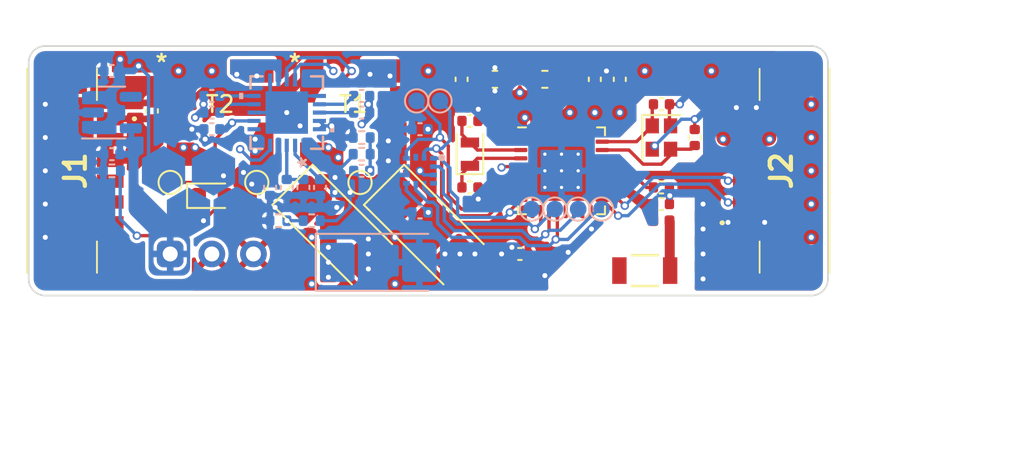
<source format=kicad_pcb>
(kicad_pcb (version 20221018) (generator pcbnew)
  (layers (0 "F.Cu" signal) (1 "In1.Cu" signal) (2 "In2.Cu" signal) (31 "B.Cu" signal) (34 "B.Paste" user) (35 "F.Paste" user) (36 "B.SilkS" user "B.Silkscreen") (37 "F.SilkS" user "F.Silkscreen") (38 "B.Mask" user) (39 "F.Mask" user) (44 "Edge.Cuts" user))
  (net 0 "")
  (net 1 "/IMU_MISO")
  (net 2 "/IMU_MOSI")
  (net 3 "VDD")
  (net 5 "/IMU_INT1")
  (net 6 "/IMU_INT2")
  (net 7 "GND")
  (net 8 "/~{IMU_CS}")
  (net 10 "/IMU_SCK")
  (net 11 "/ANT")
  (net 12 "/LTC_VAUX")
  (net 13 "/VDD_Gen")
  (net 14 "Net-(C6-Pad1)")
  (net 15 "/LTC_C1A")
  (net 16 "/LTC_C2A")
  (net 17 "/XC1")
  (net 18 "/XL1")
  (net 19 "/XC2")
  (net 20 "/XL2")
  (net 21 "Net-(C12-Pad1)")
  (net 22 "/LTC_C1B")
  (net 23 "/LTC_C2B")
  (net 24 "/V_STORE")
  (net 25 "/V_STORE_DIV")
  (net 26 "/DEC1")
  (net 27 "/DEC3")
  (net 28 "/DEC4")
  (net 29 "+3V3")
  (net 30 "/VDD_Ext")
  (net 31 "Net-(D1-K)")
  (net 32 "/+V_Stator")
  (net 33 "/-V_Stator")
  (net 36 "/SWDCLK")
  (net 37 "/SWDIO")
  (net 40 "Net-(L1-Pad2)")
  (net 41 "/DCC")
  (net 42 "Net-(L2-Pad2)")
  (net 43 "/LTC_SWA")
  (net 44 "/LTC_SWB")
  (net 45 "/LTC_VLDO")
  (net 46 "/LTC_VOUT")
  (net 47 "/VOUT_EN")
  (footprint "E-Tattoo_Parts:74488540070" (layer "F.Cu") (at 188.5 51.5)
    (fp_text reference "T2")
    (fp_text value "1:100")
  )
  (footprint "Capacitor_SMD:C_0402_1005Metric" (layer "F.Cu") (at 211 49.5 90)
    (fp_text reference "C23" hide)
    (fp_text value "1uF")
  )
  (footprint "Crystal:Crystal_SMD_2012-2Pin_2.0x1.2mm" (layer "F.Cu") (at 203.5 54 90)
    (fp_text reference "X2" hide)
    (fp_text value "32.768kHz")
  )
  (footprint "Package_DFN_QFN:QFN-32-1EP_5x5mm_P0.5mm_EP3.6x3.6mm_ThermalVias" (layer "F.Cu") (at 209 55)
    (fp_text reference "U3" hide)
    (fp_text value "nRF52811-QCxx")
  )
  (footprint "Capacitor_SMD:C_0402_1005Metric" (layer "F.Cu") (at 215 51 180)
    (fp_text reference "C10" hide)
    (fp_text value "12pF")
  )
  (footprint "TestPoint:TestPoint_Pad_D1.0mm" (layer "F.Cu") (at 196.9 55.7)
    (fp_text reference "TP7" hide)
    (fp_text value "VCAP")
  )
  (footprint "Capacitor_Tantalum_SMD:CP_EIA-6032-28_Kemet-C" (layer "F.Cu") (at 195.5 58.5 -45)
    (fp_text reference "C14" hide)
    (fp_text value "100uF")
  )
  (footprint "Inductor_SMD:L_0402_1005Metric" (layer "F.Cu") (at 210 49.5 -90)
    (fp_text reference "L3" hide)
    (fp_text value "15nH")
  )
  (footprint "Capacitor_SMD:C_0402_1005Metric" (layer "F.Cu") (at 203.5 56 180)
    (fp_text reference "C11" hide)
    (fp_text value "12pF")
  )
  (footprint "E-Tattoo_Parts:SLW-913535-2A-RA-D" (layer "F.Cu") (at 188 60)
    (fp_text reference "SW1" hide)
    (fp_text value "SLW-913535-2A-RA-D")
  )
  (footprint "Capacitor_SMD:C_0402_1005Metric" (layer "F.Cu") (at 203 49.5 90)
    (fp_text reference "C21" hide)
    (fp_text value "100nF")
  )
  (footprint "Inductor_SMD:L_0603_1608Metric" (layer "F.Cu") (at 208 49.5)
    (fp_text reference "L2" hide)
    (fp_text value "10uH")
  )
  (footprint "Capacitor_SMD:C_0603_1608Metric" (layer "F.Cu") (at 205 49.5 180)
    (fp_text reference "C17" hide)
    (fp_text value "4.7uF")
  )
  (footprint "E-Tattoo_Parts:74488540070" (layer "F.Cu") (at 196.5 51.5)
    (fp_text reference "T1")
    (fp_text value "1:100")
  )
  (footprint "Capacitor_SMD:C_0402_1005Metric" (layer "F.Cu") (at 206.5 60 180)
    (fp_text reference "C18" hide)
    (fp_text value "100nF")
  )
  (footprint "Capacitor_Tantalum_SMD:CP_EIA-6032-28_Kemet-C" (layer "F.Cu") (at 201 58.5 -45)
    (fp_text reference "C15" hide)
    (fp_text value "100uF")
  )
  (footprint "TestPoint:TestPoint_Pad_D1.0mm" (layer "F.Cu") (at 185.5 55.7)
    (fp_text reference "TP8" hide)
    (fp_text value "2V2_Gen")
  )
  (footprint "LED_SMD:LED_0603_1608Metric" (layer "F.Cu") (at 188 56.5)
    (fp_text reference "D1" hide)
    (fp_text value "LO Q976.01-P2R2-25-1")
  )
  (footprint "E-Tattoo_Parts:532610671" (layer "F.Cu") (at 179 55 -90)
    (fp_text reference "J1")
    (fp_text value "53261-0671" hide)
  )
  (footprint "Capacitor_SMD:C_0402_1005Metric" (layer "F.Cu") (at 203.5 52 180)
    (fp_text reference "C9" hide)
    (fp_text value "12pF")
  )
  (footprint "Capacitor_SMD:C_0402_1005Metric" (layer "F.Cu") (at 217 53 -90)
    (fp_text reference "C8" hide)
    (fp_text value "12pF")
  )
  (footprint "Inductor_SMD:L_0402_1005Metric" (layer "F.Cu") (at 215 58)
    (fp_text reference "L1" hide)
    (fp_text value "3.9nH")
  )
  (footprint "E-Tattoo_Parts:532610671" (layer "F.Cu") (at 223 55 90)
    (fp_text reference "J2")
    (fp_text value "53261-0671" hide)
  )
  (footprint "Capacitor_SMD:C_0402_1005Metric" (layer "F.Cu") (at 212.5 49.5 90)
    (fp_text reference "C19" hide)
    (fp_text value "100nF")
  )
  (footprint "Capacitor_SMD:C_0402_1005Metric" (layer "F.Cu") (at 215 56)
    (fp_text reference "C22" hide)
    (fp_text value "100pF")
  )
  (footprint "Capacitor_SMD:C_0402_1005Metric" (layer "F.Cu") (at 184.4 51.4 90)
    (fp_text reference "C29" hide)
    (fp_text value "10uF")
  )
  (footprint "TestPoint:TestPoint_Pad_D1.0mm" (layer "F.Cu") (at 190.7 55.7)
    (fp_text reference "TP5" hide)
    (fp_text value "2V2_Gen")
  )
  (footprint "Capacitor_SMD:C_0402_1005Metric" (layer "F.Cu") (at 215 57)
    (fp_text reference "C3" hide)
    (fp_text value "0.8pF")
  )
  (footprint "Crystal:Crystal_SMD_2016-4Pin_2.0x1.6mm" (layer "F.Cu") (at 215 53 -90)
    (fp_text reference "X1" hide)
    (fp_text value "32MHz")
  )
  (footprint "E-Tattoo_Parts:2450AT18A100E_JOT" (layer "F.Cu") (at 214 61 180)
    (fp_text reference "U2" hide)
    (fp_text value "2450AT18A100E")
  )
  (footprint "TestPoint:TestPoint_Pad_D1.0mm" (layer "B.Cu") (at 200.3 50.8 -90)
    (fp_text reference "TP9" hide)
    (fp_text value "CS")
  )
  (footprint "E-Tattoo_Parts:Testpoint_Hex_D3.0" (layer "B.Cu") (at 188.1 55 180)
    (fp_text reference "TP3" hide)
    (fp_text value "VDD")
  )
  (footprint "E-Tattoo_Parts:Testpoint_Hex_D3.0" (layer "B.Cu") (at 185.1 55 180)
    (fp_text reference "TP1" hide)
    (fp_text value "3V3Ext")
  )
  (footprint "Resistor_SMD:R_0402_1005Metric" (layer "B.Cu") (at 197 53 180)
    (fp_text reference "R2" hide)
    (fp_text value "5M")
  )
  (footprint "Capacitor_SMD:C_0402_1005Metric" (layer "B.Cu") (at 200.5 57.5 180)
    (fp_text reference "C1" hide)
    (fp_text value "100nF")
  )
  (footprint "Capacitor_SMD:C_0402_1005Metric" (layer "B.Cu") (at 192.5 56 -90)
    (fp_text reference "C28" hide)
    (fp_text value "1uF")
  )
  (footprint "Resistor_SMD:R_0402_1005Metric" (layer "B.Cu") (at 192 58 180)
    (fp_text reference "R5" hide)
    (fp_text value "510K")
  )
  (footprint "Capacitor_SMD:C_0402_1005Metric" (layer "B.Cu") (at 197 50.5 180)
    (fp_text reference "C7" hide)
    (fp_text value "470pF")
  )
  (footprint "Capacitor_SMD:C_0402_1005Metric" (layer "B.Cu") (at 197 55 180)
    (fp_text reference "C20" hide)
    (fp_text value "10nF")
  )
  (footprint "Capacitor_SMD:C_0402_1005Metric" (layer "B.Cu") (at 200.5 52.5 180)
    (fp_text reference "C2" hide)
    (fp_text value "100nF")
  )
  (footprint "TestPoint:TestPoint_Pad_D1.0mm" (layer "B.Cu") (at 211.4 57.3 90)
    (fp_text reference "TP14" hide)
    (fp_text value "INT2")
  )
  (footprint "Capacitor_SMD:C_0402_1005Metric" (layer "B.Cu") (at 188 50.5)
    (fp_text reference "C13" hide)
    (fp_text value "470pF")
  )
  (footprint "Package_TO_SOT_SMD:SOT-23-5" (layer "B.Cu") (at 182 51.5)
    (fp_text reference "U4" hide)
    (fp_text value "TPS7A0222PDBVR")
  )
  (footprint "Capacitor_SMD:C_0402_1005Metric" (layer "B.Cu") (at 197 51.5 180)
    (fp_text reference "C6" hide)
    (fp_text value "1nF")
  )
  (footprint "Capacitor_Tantalum_SMD:CP_EIA-6032-28_Kemet-C" (layer "B.Cu") (at 198 60.5)
    (fp_text reference "C16" hide)
    (fp_text value "100uF")
  )
  (footprint "TestPoint:TestPoint_Pad_D1.0mm" (layer "B.Cu") (at 210 57.3 90)
    (fp_text reference "TP13" hide)
    (fp_text value "INT1")
  )
  (footprint "E-Tattoo_Parts:Testpoint_Hex_D3.0" (layer "B.Cu") (at 186.6 57.5 180)
    (fp_text reference "TP2" hide)
    (fp_text value "2V2Ext")
  )
  (footprint "TestPoint:TestPoint_Pad_D1.0mm" (layer "B.Cu") (at 201.7 50.8 -90)
    (fp_text reference "TP10" hide)
    (fp_text value "SCK")
  )
  (footprint "E-Tattoo_Parts:QFN-20_UF_LIT" (layer "B.Cu") (at 192.5 51.5 90)
    (fp_text reference "U1" hide)
    (fp_text value "LTC3109EUF-PBF")
  )
  (footprint "TestPoint:TestPoint_Pad_D1.0mm" (layer "B.Cu") (at 207.2 57.3 -90)
    (fp_text reference "TP11" hide)
    (fp_text value "MISO")
  )
  (footprint "Capacitor_SMD:C_0402_1005Metric" (layer "B.Cu") (at 193.5 56 -90)
    (fp_text reference "C26" hide)
    (fp_text value "10uF")
  )
  (footprint "Capacitor_SMD:C_0402_1005Metric" (layer "B.Cu") (at 188 52.5 180)
    (fp_text reference "C5" hide)
    (fp_text value "2.2uF")
  )
  (footprint "Capacitor_SMD:C_0402_1005Metric" (layer "B.Cu") (at 182 49 180)
    (fp_text reference "C24" hide)
    (fp_text value "1uF")
  )
  (footprint "E-Tattoo_Parts:BOSCH_LGA-12" (layer "B.Cu") (at 200.5 55 180)
    (fp_text reference "AC1" hide)
    (fp_text value "BMA400" hide)
  )
  (footprint "Resistor_SMD:R_0402_1005Metric" (layer "B.Cu") (at 182 55 180)
    (fp_text reference "R3" hide)
    (fp_text value "10")
  )
  (footprint "Resistor_SMD:R_0402_1005Metric" (layer "B.Cu") (at 197 54 180)
    (fp_text reference "R1" hide)
    (fp_text value "10M")
  )
  (footprint "Resistor_SMD:R_0402_1005Metric" (layer "B.Cu") (at 194 58)
    (fp_text reference "R4" hide)
    (fp_text value "1M")
  )
  (footprint "E-Tattoo_Parts:Testpoint_Hex_D3.0" (layer "B.Cu") (at 189.6 57.5 180)
    (fp_text reference "TP4" hide)
    (fp_text value "GND")
  )
  (footprint "Capacitor_SMD:C_0402_1005Metric" (layer "B.Cu") (at 188 51.5)
    (fp_text reference "C12" hide)
    (fp_text value "1nF")
  )
  (footprint "Capacitor_SMD:C_0402_1005Metric" (layer "B.Cu") (at 191.5 56 -90)
    (fp_text reference "C27" hide)
    (fp_text value "10uF")
  )
  (footprint "Capacitor_SMD:C_0402_1005Metric" (layer "B.Cu") (at 194.5 56 -90)
    (fp_text reference "C4" hide)
    (fp_text value "1uF")
  )
  (footprint "Capacitor_SMD:C_0402_1005Metric" (layer "B.Cu") (at 182 54 180)
    (fp_text reference "C25" hide)
    (fp_text value "1uF")
  )
  (footprint "TestPoint:TestPoint_Pad_D1.0mm" (layer "B.Cu") (at 208.6 57.3 90)
    (fp_text reference "TP12" hide)
    (fp_text value "MOSI")
  )
  (gr_line (start 224.000001 62.499999) (end 178.000001 62.499999) (stroke (width 0.1)) (layer "Edge.Cuts"))
  (gr_line (start 178 47.5) (end 224 47.5) (stroke (width 0.1)) (layer "Edge.Cuts"))
  (gr_arc (start 177 48.5) (mid 177.292893 47.792893) (end 178 47.5) (stroke (width 0.1)) (layer "Edge.Cuts"))
  (gr_arc (start 224 47.5) (mid 224.707107 47.792893) (end 225 48.5) (stroke (width 0.1)) (layer "Edge.Cuts"))
  (gr_line (start 177 48.5) (end 177.000001 61.499999) (stroke (width 0.1)) (layer "Edge.Cuts"))
  (gr_arc (start 178.000001 62.499999) (mid 177.292894 62.207106) (end 177.000001 61.499999) (stroke (width 0.1)) (layer "Edge.Cuts"))
  (gr_line (start 225.000001 61.499999) (end 225 48.5) (stroke (width 0.1)) (layer "Edge.Cuts"))
  (gr_arc (start 225.000001 61.499999) (mid 224.707108 62.207106) (end 224.000001 62.499999) (stroke (width 0.1)) (layer "Edge.Cuts"))
  (segment (start 205.9 57.4) (end 206.55 56.75) (width 0.2) (layer "F.Cu") (net 1))
  (segment (start 205.9 57.5) (end 205.9 57.4) (width 0.2) (layer "F.Cu") (net 1))
  (via (at 205.9 57.5) (size 0.5) (drill 0.3) (layers "F.Cu" "B.Cu") (net 1))
  (segment (start 205.9 57.5) (end 205.6 57.8) (width 0.2) (layer "B.Cu") (net 1))
  (segment (start 201.715686 54.25) (end 201.315 54.25) (width 0.2) (layer "B.Cu") (net 1))
  (segment (start 202.3 54.834314) (end 201.715686 54.25) (width 0.2) (layer "B.Cu") (net 1))
  (segment (start 205.9 57.5) (end 207 57.5) (width 0.2) (layer "B.Cu") (net 1))
  (segment (start 202.3 56.19069) (end 202.3 54.834314) (width 0.2) (layer "B.Cu") (net 1))
  (segment (start 202.76 57.662942) (end 202.76 56.650691) (width 0.2) (layer "B.Cu") (net 1))
  (segment (start 202.897058 57.8) (end 202.76 57.662942) (width 0.2) (layer "B.Cu") (net 1))
  (segment (start 205.6 57.8) (end 202.897058 57.8) (width 0.2) (layer "B.Cu") (net 1))
  (segment (start 207 57.5) (end 207.2 57.3) (width 0.2) (layer "B.Cu") (net 1))
  (segment (start 202.76 56.650691) (end 202.3 56.19069) (width 0.2) (layer "B.Cu") (net 1))
  (segment (start 207.75 58.15) (end 207.4 58.5) (width 0.2) (layer "F.Cu") (net 2))
  (segment (start 207.75 57.45) (end 207.75 58.15) (width 0.2) (layer "F.Cu") (net 2))
  (via (at 207.4 58.5) (size 0.5) (drill 0.3) (layers "F.Cu" "B.Cu") (net 2))
  (segment (start 202.36 57.828628) (end 202.731372 58.2) (width 0.2) (layer "B.Cu") (net 2))
  (segment (start 201.315 54.75) (end 201.65 54.75) (width 0.2) (layer "B.Cu") (net 2))
  (segment (start 202.731372 58.2) (end 207.1 58.2) (width 0.2) (layer "B.Cu") (net 2))
  (segment (start 202.36 56.816376) (end 202.36 57.828628) (width 0.2) (layer "B.Cu") (net 2))
  (segment (start 201.9 56.356375) (end 202.36 56.816376) (width 0.2) (layer "B.Cu") (net 2))
  (segment (start 201.9 55) (end 201.9 56.356375) (width 0.2) (layer "B.Cu") (net 2))
  (segment (start 201.65 54.75) (end 201.9 55) (width 0.2) (layer "B.Cu") (net 2))
  (segment (start 207.4 58.5) (end 208.6 57.3) (width 0.2) (layer "B.Cu") (net 2))
  (segment (start 207.1 58.2) (end 207.4 58.5) (width 0.2) (layer "B.Cu") (net 2))
  (via (at 194 59) (size 0.5) (drill 0.3) (layers "F.Cu" "B.Cu") (net 3))
  (via (at 201 57.5) (size 0.5) (drill 0.3) (layers "F.Cu" "B.Cu") (net 3))
  (via (at 212.5 51.5) (size 0.5) (drill 0.3) (layers "F.Cu" "B.Cu") (net 3))
  (via (at 200.5 55) (size 0.5) (drill 0.3) (layers "F.Cu" "B.Cu") (net 3))
  (via (at 194 61.8) (size 0.5) (drill 0.3) (layers "F.Cu" "B.Cu") (net 3))
  (via (at 199 59) (size 0.5) (drill 0.3) (layers "F.Cu" "B.Cu") (net 3))
  (via (at 200.98 52.5) (size 0.5) (drill 0.3) (layers "F.Cu" "B.Cu") (net 3))
  (via (at 211 51.5) (size 0.5) (drill 0.3) (layers "F.Cu" "B.Cu") (net 3))
  (via (at 224 57) (size 0.5) (drill 0.3) (layers "F.Cu" "B.Cu") (net 3))
  (via (at 224 55) (size 0.5) (drill 0.3) (layers "F.Cu" "B.Cu") (net 3))
  (via (at 224 59) (size 0.5) (drill 0.3) (layers "F.Cu" "B.Cu") (net 3))
  (via (at 206.8 51.8) (size 0.5) (drill 0.3) (layers "F.Cu" "B.Cu") (net 3))
  (via (at 224 51) (size 0.5) (drill 0.3) (layers "F.Cu" "B.Cu") (net 3))
  (via (at 224 53) (size 0.5) (drill 0.3) (layers "F.Cu" "B.Cu") (net 3))
  (via (at 209.5 51.5) (size 0.5) (drill 0.3) (layers "F.Cu" "B.Cu") (net 3))
  (via (at 206.5 50.3) (size 0.5) (drill 0.3) (layers "F.Cu" "B.Cu") (net 3))
  (via (at 199 61.8) (size 0.5) (drill 0.3) (layers "F.Cu" "B.Cu") (net 3))
  (via (at 188.7 55.3) (size 0.5) (drill 0.3) (layers "F.Cu" "B.Cu") (net 3))
  (segment (start 200.98 57.49) (end 201 57.5) (width 0.2) (layer "B.Cu") (net 3))
  (segment (start 201.315 55.25) (end 200.75 55.25) (width 0.2) (layer "B.Cu") (net 3))
  (segment (start 199.685 56.195) (end 200.98 57.49) (width 0.2) (layer "B.Cu") (net 3))
  (segment (start 199.685 55.75) (end 199.685 56.195) (width 0.2) (layer "B.Cu") (net 3))
  (segment (start 200.75 55.25) (end 200.5 55) (width 0.2) (layer "B.Cu") (net 3))
  (segment (start 201 57.5) (end 200.98 57.5) (width 0.2) (layer "B.Cu") (net 3))
  (segment (start 208.25 57.45) (end 208.25 58.588481) (width 0.2) (layer "F.Cu") (net 5))
  (segment (start 208.25 58.588481) (end 208.025654 58.812827) (width 0.2) (layer "F.Cu") (net 5))
  (via (at 208.025654 58.812827) (size 0.5) (drill 0.3) (layers "F.Cu" "B.Cu") (net 5))
  (segment (start 207.738481 59.1) (end 208.025654 58.812827) (width 0.2) (layer "B.Cu") (net 5))
  (segment (start 208.924346 58.575654) (end 210 57.5) (width 0.2) (layer "B.Cu") (net 5))
  (segment (start 210 57.5) (end 210 57.3) (width 0.2) (layer "B.Cu") (net 5))
  (segment (start 201.46794 56.49) (end 201.96 56.982061) (width 0.2) (layer "B.Cu") (net 5))
  (segment (start 200.75 55.815) (end 200.75 56.084314) (width 0.2) (layer "B.Cu") (net 5))
  (segment (start 201.96 56.982061) (end 201.96 57.994314) (width 0.2) (layer "B.Cu") (net 5))
  (segment (start 208.025654 58.812827) (end 208.262827 58.575654) (width 0.2) (layer "B.Cu") (net 5))
  (segment (start 201.155686 56.49) (end 201.46794 56.49) (width 0.2) (layer "B.Cu") (net 5))
  (segment (start 201.96 57.994314) (end 202.565686 58.6) (width 0.2) (layer "B.Cu") (net 5))
  (segment (start 202.565686 58.6) (end 206.643503 58.6) (width 0.2) (layer "B.Cu") (net 5))
  (segment (start 207.143504 59.1) (end 207.738481 59.1) (width 0.2) (layer "B.Cu") (net 5))
  (segment (start 208.262827 58.575654) (end 208.924346 58.575654) (width 0.2) (layer "B.Cu") (net 5))
  (segment (start 200.75 56.084314) (end 201.155686 56.49) (width 0.2) (layer "B.Cu") (net 5))
  (segment (start 206.643503 58.6) (end 207.143504 59.1) (width 0.2) (layer "B.Cu") (net 5))
  (segment (start 208.75 57.45) (end 208.75 59.026962) (width 0.2) (layer "F.Cu") (net 6))
  (segment (start 208.75 59.026962) (end 208.651308 59.125654) (width 0.2) (layer "F.Cu") (net 6))
  (via (at 208.651308 59.125654) (size 0.5) (drill 0.3) (layers "F.Cu" "B.Cu") (net 6))
  (segment (start 211.2 57.3) (end 211.4 57.3) (width 0.2) (layer "B.Cu") (net 6))
  (segment (start 200.25 56.15) (end 200.99 56.89) (width 0.2) (layer "B.Cu") (net 6))
  (segment (start 200.99 56.89) (end 201.302254 56.89) (width 0.2) (layer "B.Cu") (net 6))
  (segment (start 201.56 58.16) (end 202.4 59) (width 0.2) (layer "B.Cu") (net 6))
  (segment (start 201.56 57.147746) (end 201.56 58.16) (width 0.2) (layer "B.Cu") (net 6))
  (segment (start 208.276962 59.5) (end 208.651308 59.125654) (width 0.2) (layer "B.Cu") (net 6))
  (segment (start 202.4 59) (end 206.477818 59) (width 0.2) (layer "B.Cu") (net 6))
  (segment (start 209.374346 59.125654) (end 211.2 57.3) (width 0.2) (layer "B.Cu") (net 6))
  (segment (start 206.477818 59) (end 206.977818 59.5) (width 0.2) (layer "B.Cu") (net 6))
  (segment (start 201.302254 56.89) (end 201.56 57.147746) (width 0.2) (layer "B.Cu") (net 6))
  (segment (start 200.25 55.815) (end 200.25 56.15) (width 0.2) (layer "B.Cu") (net 6))
  (segment (start 208.651308 59.125654) (end 209.374346 59.125654) (width 0.2) (layer "B.Cu") (net 6))
  (segment (start 206.977818 59.5) (end 208.276962 59.5) (width 0.2) (layer "B.Cu") (net 6))
  (segment (start 203.98 56.68) (end 204 56.7) (width 0.2) (layer "F.Cu") (net 7))
  (segment (start 211.72 49.02) (end 211.7 49) (width 0.4) (layer "F.Cu") (net 7))
  (segment (start 203 49.02) (end 203.745 49.02) (width 0.4) (layer "F.Cu") (net 7))
  (segment (start 211.45 55.25) (end 210.25 55.25) (width 0.2) (layer "F.Cu") (net 7))
  (segment (start 217 52.52) (end 217 51.9) (width 0.2) (layer "F.Cu") (net 7))
  (segment (start 221.175 58.125) (end 221.2 58.1) (width 0.4) (layer "F.Cu") (net 7))
  (segment (start 215.48 56.52) (end 215.5 56.5) (width 0.4) (layer "F.Cu") (net 7))
  (segment (start 210.25 55.25) (end 210 55) (width 0.2) (layer "F.Cu") (net 7))
  (segment (start 203.745 49.02) (end 204.225 49.5) (width 0.4) (layer "F.Cu") (net 7))
  (segment (start 220.1 58.125) (end 221.175 58.125) (width 0.4) (layer "F.Cu") (net 7))
  (segment (start 204.225 49.5) (end 204.3 49.5) (width 0.4) (layer "F.Cu") (net 7))
  (segment (start 212.5 49.02) (end 211.72 49.02) (width 0.4) (layer "F.Cu") (net 7))
  (segment (start 215.48 57) (end 215.48 56.52) (width 0.4) (layer "F.Cu") (net 7))
  (segment (start 211.68 49.02) (end 211.7 49) (width 0.4) (layer "F.Cu") (net 7))
  (segment (start 215.48 56.48) (end 215.48 56) (width 0.4) (layer "F.Cu") (net 7))
  (segment (start 211 49.02) (end 211.68 49.02) (width 0.4) (layer "F.Cu") (net 7))
  (segment (start 203.98 56) (end 203.98 56.68) (width 0.2) (layer "F.Cu") (net 7))
  (segment (start 204.3 49.5) (end 205 48.8) (width 0.4) (layer "F.Cu") (net 7))
  (segment (start 208.75 53.75) (end 209 54) (width 0.2) (layer "F.Cu") (net 7))
  (segment (start 206.02 60) (end 205.4 60) (width 0.4) (layer "F.Cu") (net 7))
  (segment (start 220.1 51.875) (end 220.1 51.8) (width 0.4) (layer "F.Cu") (net 7))
  (segment (start 220.1 58.125) (end 219.025 58.125) (width 0.4) (layer "F.Cu") (net 7))
  (segment (start 215.48 51) (end 216.1 51) (width 0.2) (layer "F.Cu") (net 7))
  (segment (start 203.98 51.32) (end 204 51.3) (width 0.2) (layer "F.Cu") (net 7))
  (segment (start 215.5 56.5) (end 215.48 56.48) (width 0.4) (layer "F.Cu") (net 7))
  (segment (start 220.1 51.8) (end 220.7 51.2) (width 0.4) (layer "F.Cu") (net 7))
  (segment (start 215.48 52.23) (end 215.48 51) (width 0.2) (layer "F.Cu") (net 7))
  (segment (start 204.3 49.5) (end 205 50.2) (width 0.4) (layer "F.Cu") (net 7))
  (segment (start 206.02 59.6) (end 206.02 60) (width 0.4) (layer "F.Cu") (net 7))
  (segment (start 208.75 52.55) (end 208.75 53.75) (width 0.2) (layer "F.Cu") (net 7))
  (segment (start 215.55 52.3) (end 215.48 52.23) (width 0.2) (layer "F.Cu") (net 7))
  (segment (start 203.98 52) (end 203.98 51.32) (width 0.2) (layer "F.Cu") (net 7))
  (segment (start 220.1 51.8) (end 219.5 51.2) (width 0.4) (layer "F.Cu") (net 7))
  (segment (start 219.025 58.125) (end 219 58.1) (width 0.4) (layer "F.Cu") (net 7))
  (via (at 178 51) (size 0.5) (drill 0.3) (layers "F.Cu" "B.Cu") (net 7))
  (via (at 217.5 57) (size 0.5) (drill 0.3) (layers "F.Cu" "B.Cu") (net 7))
  (via (at 214.6 53.5) (size 0.5) (drill 0.3) (layers "F.Cu" "B.Cu") (net 7))
  (via (at 178 57) (size 0.5) (drill 0.3) (layers "F.Cu" "B.Cu") (net 7))
  (via (at 210.8 58.5) (size 0.5) (drill 0.3) (layers "F.Cu" "B.Cu") (net 7))
  (via (at 217.5 60) (size 0.5) (drill 0.3) (layers "F.Cu" "B.Cu") (net 7))
  (via (at 178 59) (size 0.5) (drill 0.3) (layers "F.Cu" "B.Cu") (net 7))
  (via (at 190.6 53.8) (size 0.5) (drill 0.3) (layers "F.Cu" "B.Cu") (net 7))
  (via (at 206.02 59.6) (size 0.5) (drill 0.3) (layers "F.Cu" "B.Cu") (net 7))
  (via (at 219 58.1) (size 0.5) (drill 0.3) (layers "F.Cu" "B.Cu") (net 7))
  (via (at 197.4 60) (size 0.5) (drill 0.3) (layers "F.Cu" "B.Cu") (net 7))
  (via (at 191.8 57.2) (size 0.5) (drill 0.3) (layers "F.Cu" "B.Cu") (net 7))
  (via (at 192.5 51.5) (size 0.5) (drill 0.3) (layers "F.Cu" "B.Cu") (net 7))
  (via (at 204 51.3) (size 0.5) (drill 0.3) (layers "F.Cu" "B.Cu") (net 7))
  (via (at 217.5 61.5) (size 0.5) (drill 0.3) (layers "F.Cu" "B.Cu") (net 7))
  (via (at 197.4 60.9) (size 0.5) (drill 0.3) (layers "F.Cu" "B.Cu") (net 7))
  (via (at 204 56.7) (size 0.5) (drill 0.3) (layers "F.Cu" "B.Cu") (net 7))
  (via (at 208 61.3) (size 0.5) (drill 0.3) (layers "F.Cu" "B.Cu") (net 7))
  (via (at 198.6 53.2) (size 0.5) (drill 0.3) (layers "F.Cu" "B.Cu") (net 7))
  (via (at 203.8 60) (size 0.5) (drill 0.3) (layers "F.Cu" "B.Cu") (net 7))
  (via (at 205 48.8) (size 0.5) (drill 0.3) (layers "F.Cu" "B.Cu") (net 7))
  (via (at 215.5 56.5) (size 0.5) (drill 0.3) (layers "F.Cu" "B.Cu") (net 7))
  (via (at 205 50.2) (size 0.5) (drill 0.3) (layers "F.Cu" "B.Cu") (net 7))
  (via (at 216.1 51) (size 0.5) (drill 0.3) (layers "F.Cu" "B.Cu") (net 7))
  (via (at 178 53) (size 0.5) (drill 0.3) (layers "F.Cu" "B.Cu") (net 7))
  (via (at 197.4 59.1) (size 0.5) (drill 0.3) (layers "F.Cu" "B.Cu") (net 7))
  (via (at 190.6 53.1) (size 0.5) (drill 0.3) (layers "F.Cu" "B.Cu") (net 7))
  (via (at 198.6 54.4) (size 0.5) (drill 0.3) (layers "F.Cu" "B.Cu") (net 7))
  (via (at 193.3 52.3) (size 0.5) (drill 0.3) (layers "F.Cu" "B.Cu") (net 7))
  (via (at 217 51.9) (size 0.5) (drill 0.3) (layers "F.Cu" "B.Cu") (net 7))
  (via (at 186.8 52.5) (size 0.5) (drill 0.3) (layers "F.Cu" "B.Cu") (net 7))
  (via (at 209.4 59.9) (size 0.5) (drill 0.3) (layers "F.Cu" "B.Cu") (net 7))
  (via (at 220.7 51.2) (size 0.5) (drill 0.3) (layers "F.Cu" "B.Cu") (net 7))
  (via (at 202 60) (size 0.5) (drill 0.3) (layers "F.Cu" "B.Cu") (net 7))
  (via (at 211.7 49) (size 0.5) (drill 0.3) (layers "F.Cu" "B.Cu") (net 7))
  (via (at 202.9 60) (size 0.5) (drill 0.3) (layers "F.Cu" "B.Cu") (net 7))
  (via (at 195.5 57.2) (size 0.5) (drill 0.3) (layers "F.Cu" "B.Cu") (net 7))
  (via (at 205.4 60) (size 0.5) (drill 0.3) (layers "F.Cu" "B.Cu") (net 7))
  (via (at 217.5 58.5) (size 0.5) (drill 0.3) (layers "F.Cu" "B.Cu") (net 7))
  (via (at 219.5 51.2) (size 0.5) (drill 0.3) (layers "F.Cu" "B.Cu") (net 7))
  (via (at 195.2 52.3) (size 0.5) (drill 0.3) (layers "F.Cu" "B.Cu") (net 7))
  (via (at 221.2 58.1) (size 0.5) (drill 0.3) (layers "F.Cu" "B.Cu") (net 7))
  (via (at 187.6 53.1) (size 0.5) (drill 0.3) (layers "F.Cu" "B.Cu") (net 7))
  (via (at 178 55) (size 0.5) (drill 0.3) (layers "F.Cu" "B.Cu") (net 7))
  (segment (start 196.52 55.02) (end 197 55.5) (width 0.2) (layer "B.Cu") (net 7))
  (segment (start 194.7624 52.3) (end 194.462399 51.999999) (width 0.2) (layer "B.Cu") (net 7))
  (segment (start 196.52 55) (end 196.52 55.02) (width 0.2) (layer "B.Cu") (net 7))
  (segment (start 195.2 52.3) (end 194.7624 52.3) (width 0.2) (layer "B.Cu") (net 7))
  (segment (start 216.2 51.9) (end 217 51.9) (width 0.2) (layer "B.Cu") (net 7))
  (segment (start 193.500001 50.499999) (end 192.5 51.5) (width 0.2) (layer "B.Cu") (net 7))
  (segment (start 194.6624 52.3) (end 194.462399 52.500001) (width 0.2) (layer "B.Cu") (net 7))
  (segment (start 191.499999 50.499999) (end 191.499999 49.537601) (width 0.2) (layer "B.Cu") (net 7))
  (segment (start 192.5 51.5) (end 191.499999 50.499999) (width 0.2) (layer "B.Cu") (net 7))
  (segment (start 195.2 52.3) (end 194.6624 52.3) (width 0.2) (layer "B.Cu") (net 7))
  (segment (start 217 51.9) (end 217.1 51.9) (width 0.4) (layer "B.Cu") (net 7))
  (segment (start 190.537601 51.5) (end 192.5 51.5) (width 0.2) (layer "B.Cu") (net 7))
  (segment (start 216.1 50.9) (end 216.5 50.5) (width 0.4) (layer "B.Cu") (net 7))
  (segment (start 217.1 51.9) (end 217.5 51.5) (width 0.4) (layer "B.Cu") (net 7))
  (segment (start 194.462399 50.499999) (end 193.500001 50.499999) (width 0.2) (layer "B.Cu") (net 7))
  (segment (start 216.1 51) (end 216.1 50.9) (width 0.4) (layer "B.Cu") (net 7))
  (segment (start 214.6 53.5) (end 216.2 51.9) (width 0.2) (layer "B.Cu") (net 7))
  (segment (start 205.95 55.75) (end 206.55 55.75) (width 0.2) (layer "F.Cu") (net 8))
  (segment (start 202.2 56.5) (end 203 57.3) (width 0.2) (layer "F.Cu") (net 8))
  (segment (start 202.2 53.5) (end 202.2 56.5) (width 0.2) (layer "F.Cu") (net 8))
  (segment (start 201.701636 52.995025) (end 201.701636 53.001636) (width 0.2) (layer "F.Cu") (net 8))
  (segment (start 201.701636 53.001636) (end 202.2 53.5) (width 0.2) (layer "F.Cu") (net 8))
  (segment (start 203 57.3) (end 204.4 57.3) (width 0.2) (layer "F.Cu") (net 8))
  (segment (start 204.4 57.3) (end 205.95 55.75) (width 0.2) (layer "F.Cu") (net 8))
  (via (at 201.701636 52.995025) (size 0.5) (drill 0.3) (layers "F.Cu" "B.Cu") (net 8))
  (segment (start 201.701636 52.201636) (end 200.3 50.8) (width 0.2) (layer "B.Cu") (net 8))
  (segment (start 201.586661 53.11) (end 200.38 53.11) (width 0.2) (layer "B.Cu") (net 8))
  (segment (start 199.685 53.805) (end 199.685 54.25) (width 0.2) (layer "B.Cu") (net 8))
  (segment (start 200.38 53.11) (end 199.685 53.805) (width 0.2) (layer "B.Cu") (net 8))
  (segment (start 201.701636 52.995025) (end 201.586661 53.11) (width 0.2) (layer "B.Cu") (net 8))
  (segment (start 201.701636 52.995025) (end 201.701636 52.201636) (width 0.2) (layer "B.Cu") (net 8))
  (segment (start 201.8 53.976442) (end 201.8 56.665686) (width 0.2) (layer "F.Cu") (net 10))
  (segment (start 204.6 57.7) (end 206.05 56.25) (width 0.2) (layer "F.Cu") (net 10))
  (segment (start 201.483058 53.6595) (end 201.8 53.976442) (width 0.2) (layer "F.Cu") (net 10))
  (segment (start 202.834315 57.7) (end 204.6 57.7) (width 0.2) (layer "F.Cu") (net 10))
  (segment (start 206.05 56.25) (end 206.55 56.25) (width 0.2) (layer "F.Cu") (net 10))
  (segment (start 201.8 56.665686) (end 202.834315 57.7) (width 0.2) (layer "F.Cu") (net 10))
  (via (at 201.483058 53.6595) (size 0.5) (drill 0.3) (layers "F.Cu" "B.Cu") (net 10))
  (segment (start 202.3 51.4) (end 201.7 50.8) (width 0.2) (layer "B.Cu") (net 10))
  (segment (start 200.75 53.87) (end 200.75 54.185) (width 0.2) (layer "B.Cu") (net 10))
  (segment (start 201.483058 53.6595) (end 201.442558 53.7) (width 0.2) (layer "B.Cu") (net 10))
  (segment (start 200.92 53.7) (end 200.75 53.87) (width 0.2) (layer "B.Cu") (net 10))
  (segment (start 202.3 53.174479) (end 202.3 51.4) (width 0.2) (layer "B.Cu") (net 10))
  (segment (start 201.483058 53.6595) (end 201.814979 53.6595) (width 0.2) (layer "B.Cu") (net 10))
  (segment (start 201.442558 53.7) (end 200.92 53.7) (width 0.2) (layer "B.Cu") (net 10))
  (segment (start 201.814979 53.6595) (end 202.3 53.174479) (width 0.2) (layer "B.Cu") (net 10))
  (segment (start 192.999999 54.019999) (end 194.5 55.52) (width 0.2) (layer "B.Cu") (net 12))
  (segment (start 192.999999 53.462399) (end 192.999999 54.019999) (width 0.2) (layer "B.Cu") (net 12))
  (via (at 190.4 55.8) (size 0.5) (drill 0.3) (layers "F.Cu" "B.Cu") (net 13))
  (via (at 189.9 55.1) (size 0.5) (drill 0.3) (layers "F.Cu" "B.Cu") (net 13))
  (via (at 197 52.2) (size 0.5) (drill 0.3) (layers "F.Cu" "B.Cu") (net 14))
  (via (at 197.4 51) (size 0.5) (drill 0.3) (layers "F.Cu" "B.Cu") (net 14))
  (via (at 195.6 54.2) (size 0.5) (drill 0.3) (layers "F.Cu" "B.Cu") (net 14))
  (via (at 195 53.6) (size 0.5) (drill 0.3) (layers "F.Cu" "B.Cu") (net 14))
  (segment (start 197.48 51.08) (end 197.48 51.5) (width 0.4) (layer "B.Cu") (net 14))
  (segment (start 197.48 50.92) (end 197.4 51) (width 0.4) (layer "B.Cu") (net 14))
  (segment (start 197.48 50.5) (end 197.48 50.92) (width 0.4) (layer "B.Cu") (net 14))
  (segment (start 197.48 51.72) (end 197 52.2) (width 0.4) (layer "B.Cu") (net 14))
  (segment (start 197.48 51.5) (end 197.48 51.72) (width 0.4) (layer "B.Cu") (net 14))
  (segment (start 197.4 51) (end 197.48 51.08) (width 0.4) (layer "B.Cu") (net 14))
  (segment (start 194.462399 51.5) (end 196.52 51.5) (width 0.2) (layer "B.Cu") (net 15))
  (segment (start 194.462399 51.000001) (end 196.019999 51.000001) (width 0.2) (layer "B.Cu") (net 16))
  (segment (start 196.019999 51.000001) (end 196.52 50.5) (width 0.2) (layer "B.Cu") (net 16))
  (segment (start 216.78 53.7) (end 217 53.48) (width 0.2) (layer "F.Cu") (net 17))
  (segment (start 215.55 53.7) (end 216.78 53.7) (width 0.2) (layer "F.Cu") (net 17))
  (segment (start 215 54.6) (end 215.55 54.05) (width 0.2) (layer "F.Cu") (net 17))
  (segment (start 211.45 53.75) (end 213.05 53.75) (width 0.2) (layer "F.Cu") (net 17))
  (segment (start 213.9 54.6) (end 215 54.6) (width 0.2) (layer "F.Cu") (net 17))
  (segment (start 215.55 54.05) (end 215.55 53.7) (width 0.2) (layer "F.Cu") (net 17))
  (segment (start 213.05 53.75) (end 213.9 54.6) (width 0.2) (layer "F.Cu") (net 17))
  (segment (start 203.95 53.75) (end 203.5 53.3) (width 0.2) (layer "F.Cu") (net 18))
  (segment (start 206.55 53.75) (end 203.95 53.75) (width 0.2) (layer "F.Cu") (net 18))
  (segment (start 203.02 52.82) (end 203.02 52) (width 0.2) (layer "F.Cu") (net 18))
  (segment (start 203.5 53.3) (end 203.02 52.82) (width 0.2) (layer "F.Cu") (net 18))
  (segment (start 213.5 53.25) (end 214.45 52.3) (width 0.2) (layer "F.Cu") (net 19))
  (segment (start 211.45 53.25) (end 213.5 53.25) (width 0.2) (layer "F.Cu") (net 19))
  (segment (start 214.45 51.07) (end 214.52 51) (width 0.2) (layer "F.Cu") (net 19))
  (segment (start 214.45 52.3) (end 214.45 51.07) (width 0.2) (layer "F.Cu") (net 19))
  (segment (start 203.5 54.7) (end 203.02 55.18) (width 0.2) (layer "F.Cu") (net 20))
  (segment (start 203.02 55.18) (end 203.02 56) (width 0.2) (layer "F.Cu") (net 20))
  (segment (start 203.95 54.25) (end 203.5 54.7) (width 0.2) (layer "F.Cu") (net 20))
  (segment (start 206.55 54.25) (end 203.95 54.25) (width 0.2) (layer "F.Cu") (net 20))
  (via (at 187.5 51) (size 0.5) (drill 0.3) (layers "F.Cu" "B.Cu") (net 21))
  (via (at 187 51.8) (size 0.5) (drill 0.3) (layers "F.Cu" "B.Cu") (net 21))
  (via (at 186.3 53.6) (size 0.5) (drill 0.3) (layers "F.Cu" "B.Cu") (net 21))
  (via (at 187 53.6) (size 0.5) (drill 0.3) (layers "F.Cu" "B.Cu") (net 21))
  (segment (start 187.52 51.02) (end 187.52 51.5) (width 0.4) (layer "B.Cu") (net 21))
  (segment (start 187.52 50.5) (end 187.52 50.98) (width 0.4) (layer "B.Cu") (net 21))
  (segment (start 187.3 51.5) (end 187 51.8) (width 0.4) (layer "B.Cu") (net 21))
  (segment (start 187.5 51) (end 187.52 51.02) (width 0.4) (layer "B.Cu") (net 21))
  (segment (start 187.52 50.98) (end 187.5 51) (width 0.4) (layer "B.Cu") (net 21))
  (segment (start 187.52 51.5) (end 187.3 51.5) (width 0.4) (layer "B.Cu") (net 21))
  (segment (start 188.979999 51.000001) (end 190.537601 51.000001) (width 0.2) (layer "B.Cu") (net 22))
  (segment (start 188.48 51.5) (end 188.979999 51.000001) (width 0.2) (layer "B.Cu") (net 22))
  (segment (start 188.48 50.5) (end 190.537601 50.499999) (width 0.2) (layer "B.Cu") (net 23))
  (segment (start 199.25875 56.75875) (end 198.1 55.6) (width 0.4) (layer "F.Cu") (net 24))
  (segment (start 198.1175 57.9) (end 198 57.9) (width 0.4) (layer "F.Cu") (net 24))
  (segment (start 195.1175 55.4) (end 195.4 55.4) (width 0.4) (layer "F.Cu") (net 24))
  (segment (start 193.75875 56.75875) (end 195.1175 55.4) (width 0.4) (layer "F.Cu") (net 24))
  (segment (start 199.25875 56.75875) (end 198.1175 57.9) (width 0.4) (layer "F.Cu") (net 24))
  (via (at 195 59.6) (size 0.5) (drill 0.3) (layers "F.Cu" "B.Cu") (net 24))
  (via (at 196.3 56.3) (size 0.5) (drill 0.3) (layers "F.Cu" "B.Cu") (net 24))
  (via (at 195 61.4) (size 0.5) (drill 0.3) (layers "F.Cu" "B.Cu") (net 24))
  (via (at 195.4 55.4) (size 0.5) (drill 0.3) (layers "F.Cu" "B.Cu") (net 24))
  (via (at 195 60.5) (size 0.5) (drill 0.3) (layers "F.Cu" "B.Cu") (net 24))
  (via (at 195.4 56.3) (size 0.5) (drill 0.3) (layers "F.Cu" "B.Cu") (net 24))
  (segment (start 195.7 54.9) (end 195.7 54.887746) (width 0.2) (layer "B.Cu") (net 24))
  (segment (start 194.51 58) (end 195.477818 58) (width 0.2) (layer "B.Cu") (net 24))
  (segment (start 196.49 54.097746) (end 195.7 54.887746) (width 0.2) (layer "B.Cu") (net 24))
  (segment (start 196.49 54) (end 196.49 54.097746) (width 0.2) (layer "B.Cu") (net 24))
  (segment (start 196.3 57.177818) (end 196.3 56.3) (width 0.2) (layer "B.Cu") (net 24))
  (segment (start 195.477818 58) (end 196.3 57.177818) (width 0.2) (layer "B.Cu") (net 24))
  (segment (start 206.55 54.75) (end 205.45 54.75) (width 0.2) (layer "F.Cu") (net 25))
  (segment (start 205.45 54.75) (end 205.4 54.8) (width 0.2) (layer "F.Cu") (net 25))
  (via (at 205.4 54.8) (size 0.5) (drill 0.3) (layers "F.Cu" "B.Cu") (net 25))
  (via (at 197.5058 54.968863) (size 0.5) (drill 0.3) (layers "F.Cu" "B.Cu") (net 25))
  (segment (start 197.51 54) (end 197.51 54.964663) (width 0.2) (layer "B.Cu") (net 25))
  (segment (start 197.51 53) (end 197.51 54) (width 0.2) (layer "B.Cu") (net 25))
  (segment (start 197.51 54.964663) (end 197.5058 54.968863) (width 0.2) (layer "B.Cu") (net 25))
  (segment (start 203.72 50.7) (end 204.4 50.7) (width 0.2) (layer "F.Cu") (net 26))
  (segment (start 203 49.98) (end 203.72 50.7) (width 0.2) (layer "F.Cu") (net 26))
  (segment (start 204.4 50.7) (end 206.55 52.85) (width 0.2) (layer "F.Cu") (net 26))
  (segment (start 206.55 52.85) (end 206.55 53.25) (width 0.2) (layer "F.Cu") (net 26))
  (segment (start 214.1 56) (end 214.52 56) (width 0.2) (layer "F.Cu") (net 27))
  (segment (start 212.35 54.25) (end 214.1 56) (width 0.2) (layer "F.Cu") (net 27))
  (segment (start 211.45 54.25) (end 212.35 54.25) (width 0.2) (layer "F.Cu") (net 27))
  (segment (start 208.25 51.735) (end 210 49.985) (width 0.2) (layer "F.Cu") (net 28))
  (segment (start 208.25 52.55) (end 208.25 51.735) (width 0.2) (layer "F.Cu") (net 28))
  (segment (start 210 49.985) (end 210.995 49.985) (width 0.2) (layer "F.Cu") (net 28))
  (segment (start 210.995 49.985) (end 211 49.98) (width 0.2) (layer "F.Cu") (net 28))
  (via (at 201 49) (size 0.5) (drill 0.3) (layers "F.Cu" "B.Cu") (net 29))
  (via (at 182.5 48.3) (size 0.5) (drill 0.3) (layers "F.Cu" "B.Cu") (net 29))
  (via (at 214 49) (size 0.5) (drill 0.3) (layers "F.Cu" "B.Cu") (net 29))
  (via (at 218.7 53.1) (size 0.5) (drill 0.3) (layers "F.Cu" "B.Cu") (net 29))
  (via (at 188 49) (size 0.5) (drill 0.3) (layers "F.Cu" "B.Cu") (net 29))
  (via (at 218 49) (size 0.5) (drill 0.3) (layers "F.Cu" "B.Cu") (net 29))
  (via (at 221.5 53.1) (size 0.5) (drill 0.3) (layers "F.Cu" "B.Cu") (net 29))
  (via (at 183.6 48.7) (size 0.5) (drill 0.3) (layers "F.Cu" "B.Cu") (net 29))
  (segment (start 185.1 55) (end 184.2 54.1) (width 0.2) (layer "B.Cu") (net 29))
  (segment (start 182.48 49) (end 183.3 49) (width 0.4) (layer "B.Cu") (net 29))
  (segment (start 184.2 49.3) (end 183.6 48.7) (width 0.2) (layer "B.Cu") (net 29))
  (segment (start 183.3 49) (end 183.6 48.7) (width 0.4) (layer "B.Cu") (net 29))
  (segment (start 182.48 48.32) (end 182.5 48.3) (width 0.4) (layer "B.Cu") (net 29))
  (segment (start 184.2 54.1) (end 184.2 49.3) (width 0.2) (layer "B.Cu") (net 29))
  (segment (start 182.48 49) (end 182.48 48.32) (width 0.4) (layer "B.Cu") (net 29))
  (segment (start 188.7875 56.5) (end 188.7875 56.7125) (width 0.2) (layer "F.Cu") (net 30))
  (segment (start 188.7875 56.7125) (end 187.5 58) (width 0.2) (layer "F.Cu") (net 30))
  (via (at 187.5 58) (size 0.5) (drill 0.3) (layers "F.Cu" "B.Cu") (net 30))
  (segment (start 184.8 58.9) (end 183.5 58.9) (width 0.2) (layer "F.Cu") (net 31))
  (segment (start 187.2 56.5) (end 184.8 58.9) (width 0.2) (layer "F.Cu") (net 31))
  (segment (start 187.2125 56.5) (end 187.2 56.5) (width 0.2) (layer "F.Cu") (net 31))
  (via (at 183.5 58.9) (size 0.5) (drill 0.3) (layers "F.Cu" "B.Cu") (net 31))
  (segment (start 183.5 58.9) (end 182.5 57.9) (width 0.2) (layer "B.Cu") (net 31))
  (segment (start 182.5 55.01) (end 182.51 55) (width 0.2) (layer "B.Cu") (net 31))
  (segment (start 182.5 57.9) (end 182.5 55.01) (width 0.2) (layer "B.Cu") (net 31))
  (segment (start 196.4 49) (end 195.7 49.7) (width 0.2) (layer "F.Cu") (net 32))
  (segment (start 194.7 49.7) (end 194 49) (width 0.2) (layer "F.Cu") (net 32))
  (segment (start 195.7 49.7) (end 194.7 49.7) (width 0.2) (layer "F.Cu") (net 32))
  (via (at 196.4 49) (size 0.5) (drill 0.3) (layers "F.Cu" "B.Cu") (net 32))
  (segment (start 195.6 48.2) (end 196.4 49) (width 0.2) (layer "B.Cu") (net 32))
  (segment (start 193.154917 48.2) (end 195.6 48.2) (width 0.2) (layer "B.Cu") (net 32))
  (segment (start 192.5 49.537601) (end 192.5 48.854916) (width 0.2) (layer "B.Cu") (net 32))
  (segment (start 192.5 48.854916) (end 193.154917 48.2) (width 0.2) (layer "B.Cu") (net 32))
  (via (at 186 49) (size 0.5) (drill 0.3) (layers "F.Cu" "B.Cu") (net 33))
  (via (at 195.3 49) (size 0.5) (drill 0.3) (layers "F.Cu" "B.Cu") (net 33))
  (segment (start 193.320602 48.6) (end 194.5 48.6) (width 0.2) (layer "B.Cu") (net 33))
  (segment (start 192.999999 49.537601) (end 192.999999 48.920603) (width 0.2) (layer "B.Cu") (net 33))
  (segment (start 194.5 48.6) (end 194.9 48.6) (width 0.2) (layer "B.Cu") (net 33))
  (segment (start 194.9 48.6) (end 195.3 49) (width 0.2) (layer "B.Cu") (net 33))
  (segment (start 192.999999 48.920603) (end 193.320602 48.6) (width 0.2) (layer "B.Cu") (net 33))
  (segment (start 220.075 56.9) (end 220.1 56.875) (width 0.2) (layer "F.Cu") (net 36))
  (segment (start 211.45 56.75) (end 212.4 57.7) (width 0.2) (layer "F.Cu") (net 36))
  (segment (start 219 56.9) (end 220.075 56.9) (width 0.2) (layer "F.Cu") (net 36))
  (via (at 219 56.9) (size 0.5) (drill 0.3) (layers "F.Cu" "B.Cu") (net 36))
  (via (at 212.4 57.7) (size 0.5) (drill 0.3) (layers "F.Cu" "B.Cu") (net 36))
  (segment (start 213 57.7) (end 212.4 57.7) (width 0.2) (layer "B.Cu") (net 36))
  (segment (start 214.9 55.8) (end 213 57.7) (width 0.2) (layer "B.Cu") (net 36))
  (segment (start 217.9 55.8) (end 214.9 55.8) (width 0.2) (layer "B.Cu") (net 36))
  (segment (start 219 56.9) (end 217.9 55.8) (width 0.2) (layer "B.Cu") (net 36))
  (segment (start 211.95 56.25) (end 212.8 57.1) (width 0.2) (layer "F.Cu") (net 37))
  (segment (start 220.075 55.6) (end 220.1 55.625) (width 0.2) (layer "F.Cu") (net 37))
  (segment (start 219 55.6) (end 220.075 55.6) (width 0.2) (layer "F.Cu") (net 37))
  (segment (start 211.45 56.25) (end 211.95 56.25) (width 0.2) (layer "F.Cu") (net 37))
  (via (at 219 55.6) (size 0.5) (drill 0.3) (layers "F.Cu" "B.Cu") (net 37))
  (via (at 212.8 57.1) (size 0.5) (drill 0.3) (layers "F.Cu" "B.Cu") (net 37))
  (segment (start 218.8 55.4) (end 219 55.6) (width 0.2) (layer "B.Cu") (net 37))
  (segment (start 214.5 55.4) (end 218.8 55.4) (width 0.2) (layer "B.Cu") (net 37))
  (segment (start 212.8 57.1) (end 214.5 55.4) (width 0.2) (layer "B.Cu") (net 37))
  (segment (start 215.5 60.976199) (end 215.5 58.062602) (width 0.6) (layer "F.Cu") (net 40))
  (segment (start 215.523801 58.038801) (end 215.485 58) (width 0.4) (layer "F.Cu") (net 40))
  (segment (start 215.523801 61) (end 215.5 60.976199) (width 0.6) (layer "F.Cu") (net 40))
  (segment (start 207.75 50.0375) (end 207.2125 49.5) (width 0.2) (layer "F.Cu") (net 41))
  (segment (start 207.75 52.55) (end 207.75 50.0375) (width 0.2) (layer "F.Cu") (net 41))
  (segment (start 208.7875 49.5) (end 209.2725 49.015) (width 0.2) (layer "F.Cu") (net 42))
  (segment (start 209.2725 49.015) (end 210 49.015) (width 0.2) (layer "F.Cu") (net 42))
  (via (at 197.5 49.2) (size 0.5) (drill 0.3) (layers "F.Cu" "B.Cu") (net 43))
  (via (at 198.7 49.3) (size 0.5) (drill 0.3) (layers "F.Cu" "B.Cu") (net 43))
  (via (at 189.5 49.2) (size 0.5) (drill 0.3) (layers "F.Cu" "B.Cu") (net 44))
  (via (at 190.7 49.3) (size 0.5) (drill 0.3) (layers "F.Cu" "B.Cu") (net 44))
  (segment (start 188.199996 54.820999) (end 187.320995 55.7) (width 0.2) (layer "F.Cu") (net 45))
  (segment (start 189.214049 52.110416) (end 188.199996 53.124469) (width 0.2) (layer "F.Cu") (net 45))
  (segment (start 187.320995 55.7) (end 185.5 55.7) (width 0.2) (layer "F.Cu") (net 45))
  (segment (start 188.199996 53.124469) (end 188.199996 54.820999) (width 0.2) (layer "F.Cu") (net 45))
  (via (at 189.214049 52.110416) (size 0.5) (drill 0.3) (layers "F.Cu" "B.Cu") (net 45))
  (segment (start 188.824465 52.5) (end 189.214049 52.110416) (width 0.4) (layer "B.Cu") (net 45))
  (segment (start 190.537601 51.999999) (end 189.324466 51.999999) (width 0.2) (layer "B.Cu") (net 45))
  (segment (start 188.48 52.5) (end 188.824465 52.5) (width 0.4) (layer "B.Cu") (net 45))
  (segment (start 189.324466 51.999999) (end 189.214049 52.110416) (width 0.2) (layer "B.Cu") (net 45))
  (segment (start 192.5 55.52) (end 193.5 55.52) (width 0.2) (layer "B.Cu") (net 46))
  (segment (start 192.5 53.462399) (end 192.5 55.52) (width 0.2) (layer "B.Cu") (net 46))
  (via (at 192.51 58) (size 0.5) (drill 0.3) (layers "F.Cu" "B.Cu") (net 47))
  (via (at 189.7 53.7) (size 0.5) (drill 0.3) (layers "F.Cu" "B.Cu") (net 47))
  (segment (start 190.35 54.35) (end 189.7 53.7) (width 0.2) (layer "B.Cu") (net 47))
  (segment (start 191.499999 53.462399) (end 191.499999 53.730199) (width 0.2) (layer "B.Cu") (net 47))
  (segment (start 190.880198 54.35) (end 190.35 54.35) (width 0.2) (layer "B.Cu") (net 47))
  (segment (start 191.499999 53.730199) (end 190.880198 54.35) (width 0.2) (layer "B.Cu") (net 47))
  (segment (start 192.51 58) (end 193.49 58) (width 0.2) (layer "B.Cu") (net 47))
  (zone (net 11) (net_name "/ANT") (layer "F.Cu") (priority 2) (connect_pads yes (clearance 0.2)) (min_thickness 0.2) (fill yes (thermal_gap 0.5) (thermal_bridge_width 0.5) (smoothing fillet) (radius 0.1))
    (polygon (pts (xy 211 55.6) (xy 212.5 55.6) (xy 214.2 56.7) (xy 214.8 56.7) (xy 214.8 58.3) (xy 214.2 58.3) (xy 213.8 57.3) (xy 212.1 55.9) (xy 211 55.9)))
  )
  (zone (net 24) (net_name "/V_STORE") (layer "F.Cu") (priority 14) (connect_pads (clearance 0.2)) (min_thickness 0.25) (fill yes (thermal_gap 0.2) (thermal_bridge_width 0.4))
    (polygon (pts (xy 199.5 55.2) (xy 200.9 56.6) (xy 199.2 58.3) (xy 195.5 58.3) (xy 195.5 61.7) (xy 194.5 61.7) (xy 194.5 58.3) (xy 193.6 58.3) (xy 192.1 56.8) (xy 193.7 55.2)))
  )
  (zone (net 32) (net_name "/+V_Stator") (layer "F.Cu") (priority 7) (connect_pads (clearance 0.2)) (min_thickness 0.25) (fill yes (thermal_gap 0.2) (thermal_bridge_width 0.4))
    (polygon (pts (xy 180.9 55) (xy 183.5 55) (xy 185.4 53.1) (xy 186.6 53.1) (xy 188 51.7) (xy 191.7 51.7) (xy 192.5 50.9) (xy 194.1 50.9) (xy 194.1 48.3) (xy 193.7 48.3) (xy 192.1 49.9) (xy 187.5 49.9) (xy 186.1 51.1) (xy 180.9 51.1)))
  )
  (zone (net 33) (net_name "/-V_Stator") (layer "F.Cu") (priority 8) (connect_pads (clearance 0.2)) (min_thickness 0.25) (fill yes (thermal_gap 0.2) (thermal_bridge_width 0.4))
    (polygon (pts (xy 182.9 55) (xy 182.9 58.7) (xy 179.3 58.7) (xy 179.3 49.3) (xy 184.7 49.3) (xy 185.7 48.3) (xy 186.1 48.3) (xy 186.1 51.3) (xy 180.9 51.3) (xy 180.9 55)))
  )
  (zone (net 0) (net_name "") (layers "F.Cu" "In1.Cu" "In2.Cu" "B.Cu") (name "Antenna") (connect_pads (clearance 0)) (min_thickness 0.25)
    (keepout (tracks allowed) (vias allowed) (pads allowed) (copperpour not_allowed) (footprints allowed))
    (fill (thermal_gap 0.5) (thermal_bridge_width 0.5))
    (polygon (pts (xy 213.1 56.8) (xy 213.8 57.3) (xy 214.2 58.3) (xy 214.8 58.3) (xy 214.8 56.6) (xy 217 56.6) (xy 217 62.5) (xy 208.2 62.5) (xy 208.2 61.5) (xy 212.9 56.8)))
  )
  (zone (net 0) (net_name "") (layers "F.Cu" "In1.Cu" "In2.Cu" "B.Cu") (name "32MHz Crystal") (connect_pads (clearance 0)) (min_thickness 0.25)
    (keepout (tracks allowed) (vias allowed) (pads allowed) (copperpour not_allowed) (footprints allowed))
    (fill (thermal_gap 0.5) (thermal_bridge_width 0.5))
    (polygon (pts (xy 211 53) (xy 212.5 53) (xy 213.5 52) (xy 213.5 51) (xy 214 50.5) (xy 216.5 50.5) (xy 217.5 51.5) (xy 217.5 54) (xy 217 54.5) (xy 216 54.5) (xy 215.5 55) (xy 213.5 55) (xy 212.5 54) (xy 211 54)))
  )
  (zone (net 0) (net_name "") (layers "F.Cu" "In1.Cu" "In2.Cu" "B.Cu") (name "32KHz Crystal") (connect_pads (clearance 0)) (min_thickness 0.25)
    (keepout (tracks allowed) (vias allowed) (pads allowed) (copperpour not_allowed) (footprints allowed))
    (fill (thermal_gap 0.5) (thermal_bridge_width 0.5))
    (polygon (pts (xy 203.6 51.5) (xy 204.5 52.4) (xy 204.5 52.9) (xy 205.1 53.5) (xy 207 53.5) (xy 207 54.5) (xy 205.1 54.5) (xy 204.5 55.1) (xy 204.5 55.6) (xy 203.6 56.5) (xy 202.6 56.5) (xy 202.6 51.5)))
  )
  (zone (net 3) (net_name "VDD") (layers "F.Cu" "In2.Cu") (priority 5) (connect_pads (clearance 0.2)) (min_thickness 0.25) (fill yes (thermal_gap 0.2) (thermal_bridge_width 0.4))
    (polygon (pts (xy 186.8 60) (xy 192 60) (xy 193.7 58.3) (xy 198.7 58.3) (xy 198.7 62.5) (xy 186.8 62.5)))
  )
  (zone (net 3) (net_name "VDD") (layers "F.Cu" "In2.Cu") (connect_pads (clearance 0.2)) (min_thickness 0.25) (fill yes (thermal_gap 0.2) (thermal_bridge_width 0.4))
    (polygon (pts (xy 198.7 47) (xy 225.5 47) (xy 225.5 63) (xy 198.7 63)))
  )
  (zone (net 13) (net_name "/VDD_Gen") (layers "F.Cu" "In2.Cu") (name "32MHz Crystal") (priority 6) (connect_pads (clearance 0.2)) (min_thickness 0.2) (fill yes (thermal_gap 0.2) (thermal_bridge_width 0.4) (smoothing fillet) (radius 0.5))
    (polygon (pts (xy 189.3 54.7) (xy 190.7 54.7) (xy 190.7 58.1) (xy 191.8 59.3) (xy 191.8 61.3) (xy 189.3 61.3)))
  )
  (zone (net 29) (net_name "+3V3") (layers "F.Cu" "In2.Cu") (name "32MHz Crystal") (priority 6) (connect_pads (clearance 0.2)) (min_thickness 0.2) (fill yes (thermal_gap 0.2) (thermal_bridge_width 0.4) (smoothing fillet) (radius 0.5))
    (polygon (pts (xy 182 49.5) (xy 218.3 49.5) (xy 218.3 53.5) (xy 221.9 53.5) (xy 221.9 47.5) (xy 182 47.5)))
  )
  (zone (net 7) (net_name "GND") (layers "In1.Cu" "B.Cu") (priority 1) (connect_pads (clearance 0.2)) (min_thickness 0.25) (fill yes (thermal_gap 0.2) (thermal_bridge_width 0.4))
    (polygon (pts (xy 176 46.5) (xy 226 46.5) (xy 226 63.5) (xy 176 63.5)))
  )
  (zone (net 30) (net_name "/VDD_Ext") (layer "B.Cu") (name "32MHz Crystal") (priority 5) (connect_pads (clearance 0.2)) (min_thickness 0.2) (fill yes (thermal_gap 0.2) (thermal_bridge_width 0.4) (smoothing fillet) (radius 0.5))
    (polygon (pts (xy 183 54.3) (xy 182.2 54.3) (xy 182.2 53) (xy 183 53) (xy 183 52.2) (xy 183.9 52.2) (xy 183.9 56.2) (xy 186.7 59) (xy 186.7 61.3) (xy 184.2 61.3) (xy 184.2 58.7) (xy 183 57.5)))
  )
  (zone (net 43) (net_name "/LTC_SWA") (layer "B.Cu") (priority 10) (connect_pads yes (clearance 0.2)) (min_thickness 0.25) (fill yes (thermal_gap 0.2) (thermal_bridge_width 0.4))
    (polygon (pts (xy 199.1 48.3) (xy 199.1 50) (xy 193.4 50) (xy 193.4 48.3)))
  )
  (zone (net 29) (net_name "+3V3") (layer "B.Cu") (priority 4) (connect_pads yes (clearance 0.2)) (min_thickness 0.2) (fill yes (thermal_gap 0.3) (thermal_bridge_width 0.5) (smoothing fillet) (radius 0.5) (island_removal_mode 1) (island_area_min 10))
    (polygon (pts (xy 180.2 52.8) (xy 180.2 50.2) (xy 181.6 50.2) (xy 182.1 49.7) (xy 182.1 48.6) (xy 182.8 48.6) (xy 182.8 52.8)))
  )
  (zone (net 13) (net_name "/VDD_Gen") (layer "B.Cu") (priority 3) (connect_pads yes (clearance 0.2)) (min_thickness 0.25) (fill yes (thermal_gap 0.5) (thermal_bridge_width 0.5))
    (polygon (pts (xy 192.2 53) (xy 192.2 54) (xy 192.2 56.7) (xy 189.4 56.7) (xy 189.4 54.8) (xy 190.2 54) (xy 191.8 54) (xy 191.8 53)))
  )
  (zone (net 44) (net_name "/LTC_SWB") (layer "B.Cu") (priority 9) (connect_pads yes (clearance 0.2)) (min_thickness 0.25) (fill yes (thermal_gap 0.2) (thermal_bridge_width 0.4))
    (polygon (pts (xy 189.1 48.3) (xy 192.2 48.3) (xy 192.2 49.7) (xy 190.1 49.7) (xy 189.1 49.2)))
  )
  (zone (net 24) (net_name "/V_STORE") (layer "B.Cu") (priority 13) (connect_pads yes (clearance 0.2)) (min_thickness 0.25) (fill yes (thermal_gap 0.2) (thermal_bridge_width 0.4))
    (polygon (pts (xy 195.1 56.6) (xy 195.1 55.6) (xy 193.4 53.9) (xy 193.4 53) (xy 194 53) (xy 196.6 55.6) (xy 196.6 56.6)))
  )
)
</source>
